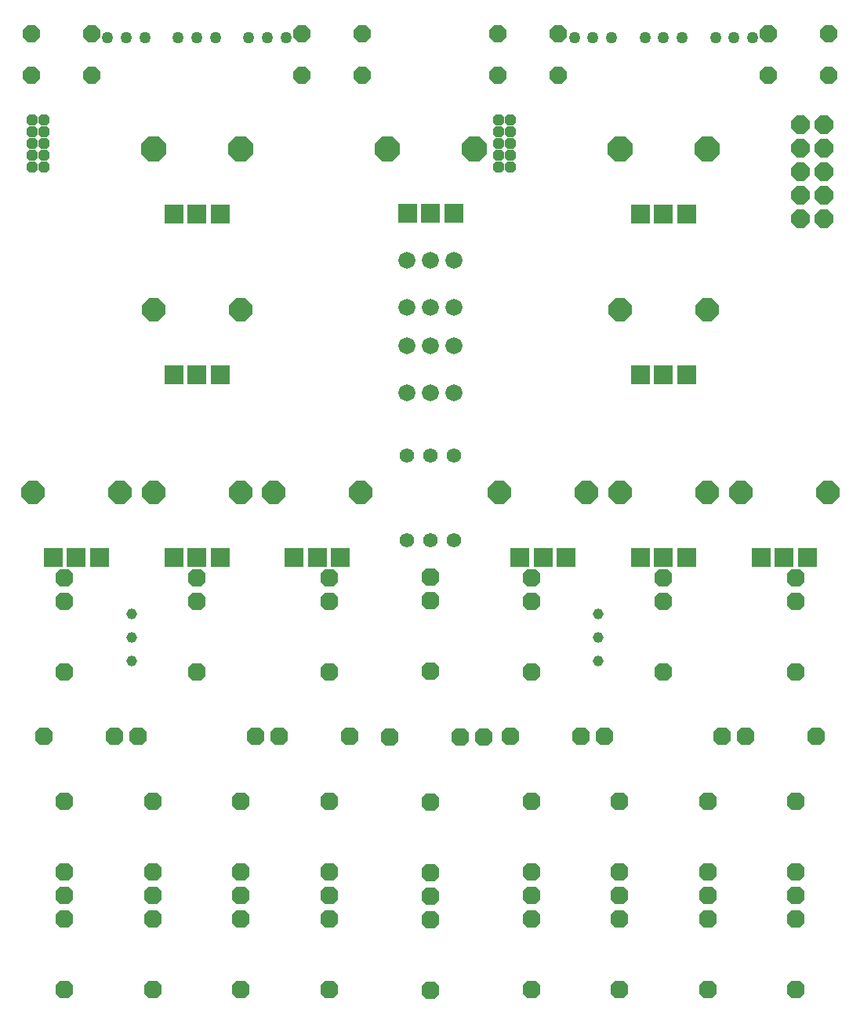
<source format=gts>
G75*
%MOIN*%
%OFA0B0*%
%FSLAX25Y25*%
%IPPOS*%
%LPD*%
%AMOC8*
5,1,8,0,0,1.08239X$1,22.5*
%
%ADD10R,0.08000X0.08000*%
%ADD11OC8,0.09680*%
%ADD12OC8,0.10600*%
%ADD13OC8,0.07200*%
%ADD14OC8,0.04800*%
%ADD15C,0.04956*%
%ADD16C,0.04600*%
%ADD17OC8,0.07600*%
%ADD18OC8,0.08000*%
%ADD19C,0.06200*%
%ADD20C,0.07200*%
D10*
X0016957Y0192991D03*
X0026800Y0192991D03*
X0036643Y0192991D03*
X0068207Y0192991D03*
X0078050Y0192991D03*
X0087893Y0192991D03*
X0119457Y0192991D03*
X0129300Y0192991D03*
X0139143Y0192991D03*
X0087893Y0270617D03*
X0078050Y0270617D03*
X0068207Y0270617D03*
X0068207Y0339054D03*
X0078050Y0339054D03*
X0087893Y0339054D03*
X0167548Y0339202D03*
X0177391Y0339202D03*
X0187233Y0339202D03*
X0266633Y0339054D03*
X0276475Y0339054D03*
X0286318Y0339054D03*
X0286318Y0270617D03*
X0276475Y0270617D03*
X0266633Y0270617D03*
X0266633Y0192991D03*
X0276475Y0192991D03*
X0286318Y0192991D03*
X0317883Y0192991D03*
X0327725Y0192991D03*
X0337568Y0192991D03*
X0235068Y0192991D03*
X0225225Y0192991D03*
X0215383Y0192991D03*
D11*
X0206721Y0220550D03*
X0243729Y0220550D03*
X0257971Y0220550D03*
X0294979Y0220550D03*
X0309221Y0220550D03*
X0346229Y0220550D03*
X0294979Y0298176D03*
X0257971Y0298176D03*
X0147804Y0220550D03*
X0110796Y0220550D03*
X0096554Y0220550D03*
X0059546Y0220550D03*
X0045304Y0220550D03*
X0008296Y0220550D03*
X0059546Y0298176D03*
X0096554Y0298176D03*
D12*
X0096554Y0366613D03*
X0059546Y0366613D03*
X0158887Y0366761D03*
X0195894Y0366761D03*
X0257971Y0366613D03*
X0294979Y0366613D03*
D13*
X0321175Y0397900D03*
X0321175Y0415700D03*
X0346775Y0415700D03*
X0346775Y0397900D03*
X0231775Y0397900D03*
X0231775Y0415700D03*
X0206175Y0415700D03*
X0206175Y0397900D03*
X0148350Y0397900D03*
X0148350Y0415700D03*
X0122750Y0415700D03*
X0122750Y0397900D03*
X0033350Y0397900D03*
X0033350Y0415700D03*
X0007750Y0415700D03*
X0007750Y0397900D03*
D14*
X0007912Y0379088D03*
X0007912Y0374088D03*
X0007912Y0369088D03*
X0007912Y0364088D03*
X0007912Y0359088D03*
X0012912Y0359088D03*
X0012912Y0364088D03*
X0012912Y0369088D03*
X0012912Y0374088D03*
X0012912Y0379088D03*
X0206337Y0379088D03*
X0206337Y0374088D03*
X0206337Y0369088D03*
X0206337Y0364088D03*
X0206337Y0359088D03*
X0211337Y0359088D03*
X0211337Y0364088D03*
X0211337Y0369088D03*
X0211337Y0374088D03*
X0211337Y0379088D03*
D15*
X0238601Y0413936D03*
X0246475Y0413936D03*
X0254349Y0413936D03*
X0268601Y0413936D03*
X0276475Y0413936D03*
X0284349Y0413936D03*
X0298601Y0413936D03*
X0306475Y0413936D03*
X0314349Y0413936D03*
X0115924Y0413936D03*
X0108050Y0413936D03*
X0100176Y0413936D03*
X0085924Y0413936D03*
X0078050Y0413936D03*
X0070176Y0413936D03*
X0055924Y0413936D03*
X0048050Y0413936D03*
X0040176Y0413936D03*
D16*
X0050225Y0169113D03*
X0050225Y0159113D03*
X0050225Y0149113D03*
X0248650Y0149113D03*
X0248650Y0159113D03*
X0248650Y0169113D03*
D17*
X0021800Y0009300D03*
X0021800Y0039300D03*
X0021800Y0049300D03*
X0021800Y0049300D03*
X0021800Y0059300D03*
X0021800Y0089300D03*
X0013050Y0116800D03*
X0021800Y0144300D03*
X0043050Y0116800D03*
X0053050Y0116800D03*
X0059300Y0089300D03*
X0059300Y0059300D03*
X0059300Y0049300D03*
X0059300Y0049300D03*
X0059300Y0039300D03*
X0059300Y0009300D03*
X0096800Y0009300D03*
X0096800Y0039300D03*
X0096800Y0049300D03*
X0096800Y0049300D03*
X0096800Y0059300D03*
X0096800Y0089300D03*
X0103061Y0116800D03*
X0113061Y0116800D03*
X0134300Y0144300D03*
X0143061Y0116800D03*
X0159891Y0116761D03*
X0177391Y0144536D03*
X0189891Y0116761D03*
X0199891Y0116761D03*
X0211475Y0116800D03*
X0220225Y0144300D03*
X0241475Y0116800D03*
X0251475Y0116800D03*
X0257725Y0089300D03*
X0257725Y0059300D03*
X0257725Y0049300D03*
X0257725Y0049300D03*
X0257725Y0039300D03*
X0257725Y0009300D03*
X0220225Y0009300D03*
X0220225Y0039300D03*
X0220225Y0049300D03*
X0220225Y0049300D03*
X0220225Y0059300D03*
X0220225Y0089300D03*
X0177391Y0088985D03*
X0177391Y0058985D03*
X0177391Y0049103D03*
X0177391Y0048985D03*
X0177391Y0039103D03*
X0177391Y0009103D03*
X0134300Y0009300D03*
X0134300Y0039300D03*
X0134300Y0049300D03*
X0134300Y0049300D03*
X0134300Y0059300D03*
X0134300Y0089300D03*
X0078050Y0144300D03*
X0078050Y0174300D03*
X0078050Y0184300D03*
X0021800Y0184300D03*
X0021800Y0174300D03*
X0134300Y0174300D03*
X0134300Y0184300D03*
X0177391Y0184536D03*
X0177391Y0174536D03*
X0220225Y0174300D03*
X0220225Y0184300D03*
X0276475Y0184300D03*
X0276475Y0174300D03*
X0276475Y0144300D03*
X0301486Y0116800D03*
X0311486Y0116800D03*
X0332725Y0144300D03*
X0341486Y0116800D03*
X0332725Y0089300D03*
X0332725Y0059300D03*
X0332725Y0049300D03*
X0332725Y0049300D03*
X0332725Y0039300D03*
X0332725Y0009300D03*
X0295225Y0009300D03*
X0295225Y0039300D03*
X0295225Y0049300D03*
X0295225Y0049300D03*
X0295225Y0059300D03*
X0295225Y0089300D03*
X0332725Y0174300D03*
X0332725Y0184300D03*
D18*
X0334600Y0336800D03*
X0334600Y0346800D03*
X0334600Y0356800D03*
X0334600Y0366800D03*
X0334600Y0376800D03*
X0344600Y0376800D03*
X0344600Y0366800D03*
X0344600Y0356800D03*
X0344600Y0346800D03*
X0344600Y0336800D03*
D19*
X0187391Y0236446D03*
X0177391Y0236446D03*
X0167391Y0236446D03*
X0167391Y0200225D03*
X0177391Y0200225D03*
X0187391Y0200225D03*
D20*
X0187391Y0263060D03*
X0177391Y0263060D03*
X0167391Y0263060D03*
X0167391Y0283060D03*
X0177391Y0283060D03*
X0187391Y0283060D03*
X0187391Y0299280D03*
X0177391Y0299280D03*
X0167391Y0299280D03*
X0167391Y0319280D03*
X0177391Y0319280D03*
X0187391Y0319280D03*
M02*

</source>
